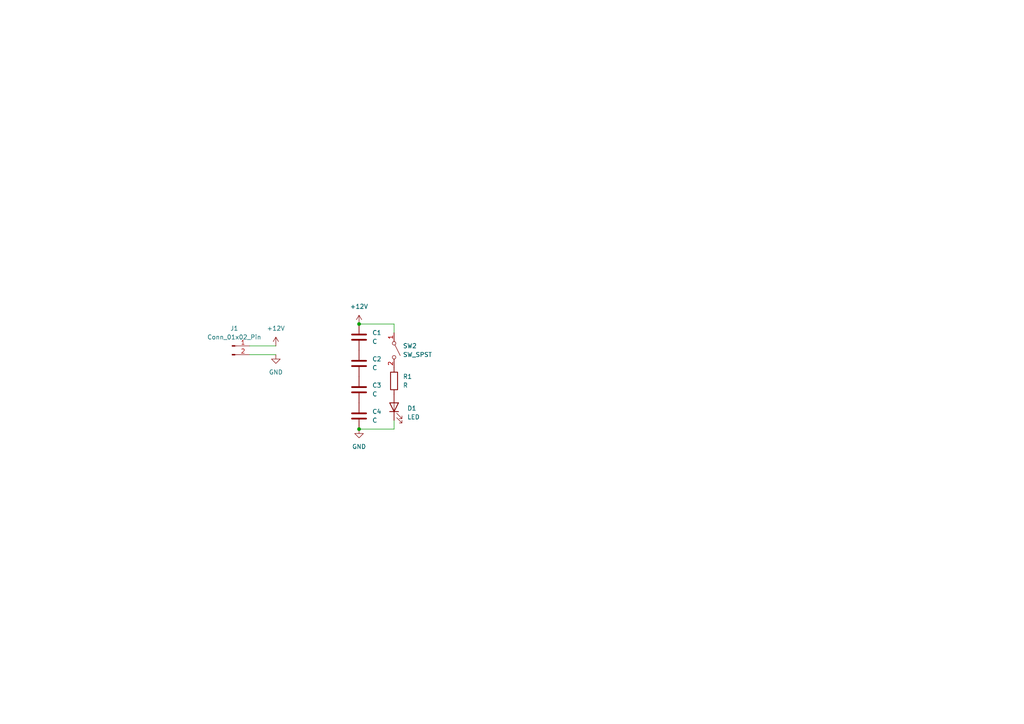
<source format=kicad_sch>
(kicad_sch (version 20250114) (generator "eeschema") (generator_version "9.0")
  (paper "A4")
  (lib_symbols
    (symbol "Connector:Conn_01x02_Pin" (pin_names (offset 1.016) (hide yes))
      (property "Reference" "J" (at 0 2.54 0))
      (property "Value" "Conn_01x02_Pin" (at 0 -5.08 0))
      (symbol "Conn_01x02_Pin_1_1"
        (rectangle (start 0.8636 0.127) (end 0 -0.127) (stroke (width 0.1524)) (fill (type outline)))
        (rectangle (start 0.8636 -2.413) (end 0 -2.667) (stroke (width 0.1524)) (fill (type outline)))
        (polyline (pts (xy 1.27 0) (xy 0.8636 0)) (stroke (width 0.1524)))
        (polyline (pts (xy 1.27 -2.54) (xy 0.8636 -2.54)) (stroke (width 0.1524)))
        (pin passive line (at 5.08 0 180) (length 3.81) (name "Pin_1") (number "1"))
        (pin passive line (at 5.08 -2.54 180) (length 3.81) (name "Pin_2") (number "2"))
      )
    )
    (symbol "Device:C" (pin_numbers (hide yes)) (pin_names (offset 0.254))
      (property "Reference" "C" (at 0.635 2.54 0))
      (property "Value" "C" (at 0.635 -2.54 0))
      (symbol "C_0_1"
        (polyline (pts (xy -2.032 0.762) (xy 2.032 0.762)) (stroke (width 0.508)))
        (polyline (pts (xy -2.032 -0.762) (xy 2.032 -0.762)) (stroke (width 0.508)))
      )
      (symbol "C_1_1"
        (pin passive line (at 0 3.81 270) (length 2.794) (name "~") (number "1"))
        (pin passive line (at 0 -3.81 90) (length 2.794) (name "~") (number "2"))
      )
    )
    (symbol "Device:LED" (pin_numbers (hide yes)) (pin_names (offset 1.016) (hide yes))
      (property "Reference" "D" (at 0 2.54 0))
      (property "Value" "LED" (at 0 -2.54 0))
      (symbol "LED_0_1"
        (polyline (pts (xy -3.048 -0.762) (xy -4.572 -2.286) (xy -3.81 -2.286) (xy -4.572 -2.286) (xy -4.572 -1.524)))
        (polyline (pts (xy -1.778 -0.762) (xy -3.302 -2.286) (xy -2.54 -2.286) (xy -3.302 -2.286) (xy -3.302 -1.524)))
        (polyline (pts (xy -1.27 0) (xy 1.27 0)))
        (polyline (pts (xy -1.27 -1.27) (xy -1.27 1.27)) (stroke (width 0.254)))
        (polyline (pts (xy 1.27 -1.27) (xy 1.27 1.27) (xy -1.27 0) (xy 1.27 -1.27)) (stroke (width 0.254)))
      )
      (symbol "LED_1_1"
        (pin passive line (at -3.81 0 0) (length 2.54) (name "K") (number "1"))
        (pin passive line (at 3.81 0 180) (length 2.54) (name "A") (number "2"))
      )
    )
    (symbol "Device:R" (pin_numbers (hide yes)) (pin_names (offset 0))
      (property "Reference" "R" (at 2.032 0 90))
      (property "Value" "R" (at 0 0 90))
      (symbol "R_0_1"
        (rectangle (start -1.016 -2.54) (end 1.016 2.54) (stroke (width 0.254)))
      )
      (symbol "R_1_1"
        (pin passive line (at 0 3.81 270) (length 1.27) (name "~") (number "1"))
        (pin passive line (at 0 -3.81 90) (length 1.27) (name "~") (number "2"))
      )
    )
    (symbol "Switch:SW_SPST" (pin_names (offset 0) (hide yes))
      (property "Reference" "SW" (at 0 3.175 0))
      (property "Value" "SW_SPST" (at 0 -2.54 0))
      (symbol "SW_SPST_0_0"
        (circle (center -2.032 0) (radius 0.508))
        (polyline (pts (xy -1.524 0.254) (xy 1.524 1.778)))
        (circle (center 2.032 0) (radius 0.508))
      )
      (symbol "SW_SPST_1_1"
        (pin passive line (at -5.08 0 0) (length 2.54) (name "A") (number "1"))
        (pin passive line (at 5.08 0 180) (length 2.54) (name "B") (number "2"))
      )
    )
    (symbol "power:+12V" (power) (pin_numbers (hide yes)) (pin_names (offset 0) (hide yes))
      (property "Value" "+12V" (at 0 3.556 0))
      (symbol "+12V_0_1"
        (polyline (pts (xy -0.762 1.27) (xy 0 2.54)))
        (polyline (pts (xy 0 2.54) (xy 0.762 1.27)))
        (polyline (pts (xy 0 0) (xy 0 2.54)))
      )
      (symbol "+12V_1_1"
        (pin power_in line (at 0 0 90) (length 0) (name "~") (number "1"))
      )
    )
    (symbol "power:GND" (power) (pin_numbers (hide yes)) (pin_names (offset 0) (hide yes))
      (property "Value" "GND" (at 0 -3.81 0))
      (symbol "GND_0_1"
        (polyline (pts (xy 0 0) (xy 0 -1.27) (xy 1.27 -1.27) (xy 0 -2.54) (xy -1.27 -1.27) (xy 0 -1.27)))
      )
      (symbol "GND_1_1"
        (pin power_in line (at 0 0 270) (length 0) (name "~") (number "1"))
      )
    )
  )
  (junction (at 104.14 93.98))
  (junction (at 104.14 124.46))
  (wire (pts (xy 104.14 93.98) (xy 114.3 93.98)))
  (wire (pts (xy 114.3 121.92) (xy 114.3 124.46)))
  (wire (pts (xy 72.39 102.87) (xy 80.01 102.87)))
  (wire (pts (xy 114.3 124.46) (xy 104.14 124.46)))
  (wire (pts (xy 114.3 93.98) (xy 114.3 96.52)))
  (wire (pts (xy 72.39 100.33) (xy 80.01 100.33)))
  (symbol (lib_id "power:+12V") (at 104.14 93.98 0) (unit 1)
    (property "Reference" "#PWR03" (effects (hide yes)))
    (property "Value" "+12V" (at 104.14 88.9 0))
    (property "Description" "Power symbol creates a global label with name \"+12V\"" (effects (hide yes)))
  )
  (symbol (lib_id "Device:R") (at 114.3 110.49 0) (unit 1)
    (property "Reference" "R1" (at 116.84 109.2199 0) (effects (justify left)))
    (property "Value" "R" (at 116.84 111.7599 0) (effects (justify left)))
    (property "Footprint" "Resistor_THT:R_Axial_DIN0204_L3.6mm_D1.6mm_P5.08mm_Vertical" (effects (hide yes)))
    (property "Description" "Resistor" (effects (hide yes)))
  )
  (symbol (lib_id "Connector:Conn_01x02_Pin") (at 67.31 100.33 0) (unit 1)
    (property "Reference" "J1" (at 67.945 95.25 0))
    (property "Value" "Conn_01x02_Pin" (at 67.945 97.79 0))
    (property "Footprint" "Connector_AMASS:AMASS_XT30PW-F_1x02_P2.50mm_Horizontal" (effects (hide yes)))
    (property "Description" "Generic connector, single row, 01x02, script generated" (effects (hide yes)))
  )
  (symbol (lib_id "Device:C") (at 104.14 120.65 0) (unit 1)
    (property "Reference" "C4" (at 107.95 119.3799 0) (effects (justify left)))
    (property "Value" "C" (at 107.95 121.9199 0) (effects (justify left)))
    (property "Footprint" "Capacitor_THT:CP_Radial_D18.0mm_P7.50mm" (effects (hide yes)))
    (property "Description" "Unpolarized capacitor" (effects (hide yes)))
  )
  (symbol (lib_id "power:GND") (at 80.01 102.87 0) (unit 1)
    (property "Reference" "#PWR02" (effects (hide yes)))
    (property "Value" "GND" (at 80.01 107.95 0))
    (property "Description" "Power symbol creates a global label with name \"GND\" , ground" (effects (hide yes)))
  )
  (symbol (lib_id "Device:C") (at 104.14 113.03 0) (unit 1)
    (property "Reference" "C3" (at 107.95 111.7599 0) (effects (justify left)))
    (property "Value" "C" (at 107.95 114.2999 0) (effects (justify left)))
    (property "Footprint" "Capacitor_THT:CP_Radial_D18.0mm_P7.50mm" (effects (hide yes)))
    (property "Description" "Unpolarized capacitor" (effects (hide yes)))
  )
  (symbol (lib_id "Switch:SW_SPST") (at 114.3 101.6 270) (unit 1)
    (property "Reference" "SW2" (at 116.84 100.3299 90) (effects (justify left)))
    (property "Value" "SW_SPST" (at 116.84 102.8699 90) (effects (justify left)))
    (property "Footprint" "Button_Switch_SMD:SW_SPST_CK_RS282G05A3" (effects (hide yes)))
    (property "Description" "Single Pole Single Throw (SPST) switch" (effects (hide yes)))
  )
  (symbol (lib_id "Device:C") (at 104.14 105.41 0) (unit 1)
    (property "Reference" "C2" (at 107.95 104.1399 0) (effects (justify left)))
    (property "Value" "C" (at 107.95 106.6799 0) (effects (justify left)))
    (property "Footprint" "Capacitor_THT:CP_Radial_D18.0mm_P7.50mm" (effects (hide yes)))
    (property "Description" "Unpolarized capacitor" (effects (hide yes)))
  )
  (symbol (lib_id "Device:LED") (at 114.3 118.11 90) (unit 1)
    (property "Reference" "D1" (at 118.11 118.4274 90) (effects (justify right)))
    (property "Value" "LED" (at 118.11 120.9674 90) (effects (justify right)))
    (property "Footprint" "LED_THT:LED_D10.0mm" (effects (hide yes)))
    (property "Description" "Light emitting diode" (effects (hide yes)))
    (property "Sim.Pins" "1=K 2=A" (effects (hide yes)))
  )
  (symbol (lib_id "Device:C") (at 104.14 97.79 0) (unit 1)
    (property "Reference" "C1" (at 107.95 96.5199 0) (effects (justify left)))
    (property "Value" "C" (at 107.95 99.0599 0) (effects (justify left)))
    (property "Footprint" "Capacitor_THT:CP_Radial_D18.0mm_P7.50mm" (effects (hide yes)))
    (property "Description" "Unpolarized capacitor" (effects (hide yes)))
  )
  (symbol (lib_id "power:+12V") (at 80.01 100.33 0) (unit 1)
    (property "Reference" "#PWR01" (effects (hide yes)))
    (property "Value" "+12V" (at 80.01 95.25 0))
    (property "Description" "Power symbol creates a global label with name \"+12V\"" (effects (hide yes)))
  )
  (symbol (lib_id "power:GND") (at 104.14 124.46 0) (unit 1)
    (property "Reference" "#PWR04" (effects (hide yes)))
    (property "Value" "GND" (at 104.14 129.54 0))
    (property "Description" "Power symbol creates a global label with name \"GND\" , ground" (effects (hide yes)))
  )
)
</source>
